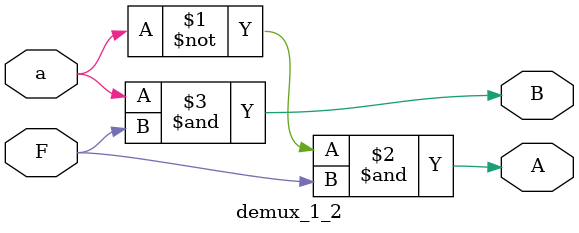
<source format=v>
module demux_1_2(
    input a,
    input F,
    output A,
    output B
);
assign A = (~a & F);
assign B = (a & F); 
endmodule

</source>
